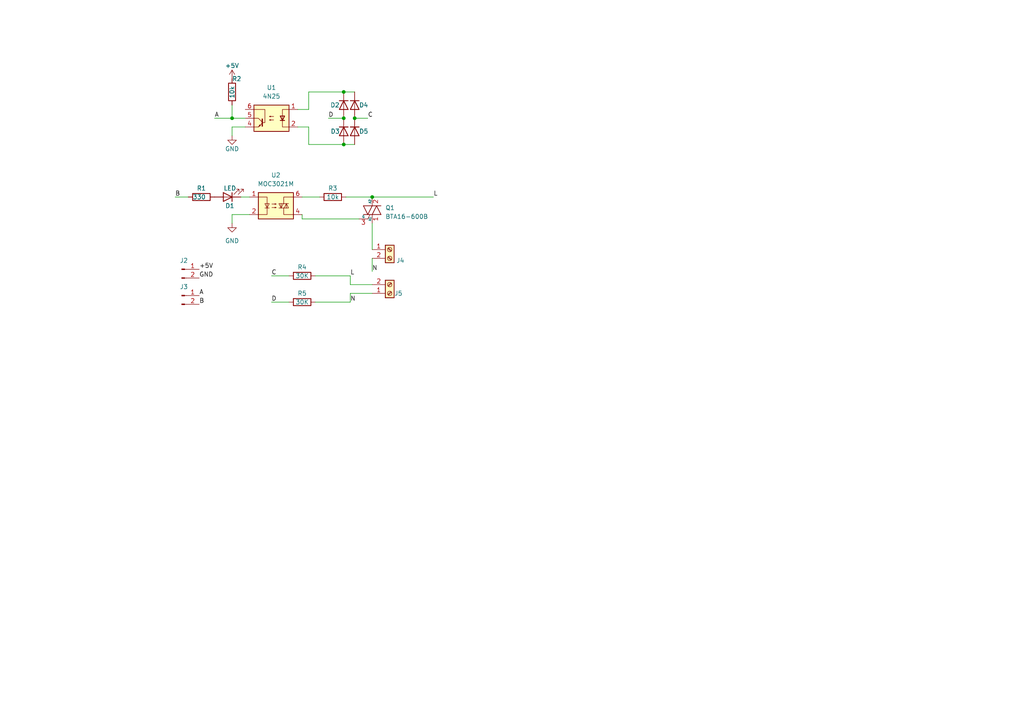
<source format=kicad_sch>
(kicad_sch (version 20230121) (generator eeschema)

  (uuid e63e39d7-6ac0-4ffd-8aa3-1841a4541b55)

  (paper "A4")

  (lib_symbols
    (symbol "Connector:Conn_01x02_Male" (pin_names (offset 1.016) hide) (in_bom yes) (on_board yes)
      (property "Reference" "J" (at 0 2.54 0)
        (effects (font (size 1.27 1.27)))
      )
      (property "Value" "Conn_01x02_Male" (at 0 -5.08 0)
        (effects (font (size 1.27 1.27)))
      )
      (property "Footprint" "" (at 0 0 0)
        (effects (font (size 1.27 1.27)) hide)
      )
      (property "Datasheet" "~" (at 0 0 0)
        (effects (font (size 1.27 1.27)) hide)
      )
      (property "ki_keywords" "connector" (at 0 0 0)
        (effects (font (size 1.27 1.27)) hide)
      )
      (property "ki_description" "Generic connector, single row, 01x02, script generated (kicad-library-utils/schlib/autogen/connector/)" (at 0 0 0)
        (effects (font (size 1.27 1.27)) hide)
      )
      (property "ki_fp_filters" "Connector*:*_1x??_*" (at 0 0 0)
        (effects (font (size 1.27 1.27)) hide)
      )
      (symbol "Conn_01x02_Male_1_1"
        (polyline
          (pts
            (xy 1.27 -2.54)
            (xy 0.8636 -2.54)
          )
          (stroke (width 0.1524) (type default))
          (fill (type none))
        )
        (polyline
          (pts
            (xy 1.27 0)
            (xy 0.8636 0)
          )
          (stroke (width 0.1524) (type default))
          (fill (type none))
        )
        (rectangle (start 0.8636 -2.413) (end 0 -2.667)
          (stroke (width 0.1524) (type default))
          (fill (type outline))
        )
        (rectangle (start 0.8636 0.127) (end 0 -0.127)
          (stroke (width 0.1524) (type default))
          (fill (type outline))
        )
        (pin passive line (at 5.08 0 180) (length 3.81)
          (name "Pin_1" (effects (font (size 1.27 1.27))))
          (number "1" (effects (font (size 1.27 1.27))))
        )
        (pin passive line (at 5.08 -2.54 180) (length 3.81)
          (name "Pin_2" (effects (font (size 1.27 1.27))))
          (number "2" (effects (font (size 1.27 1.27))))
        )
      )
    )
    (symbol "Connector:Screw_Terminal_01x02" (pin_names (offset 1.016) hide) (in_bom yes) (on_board yes)
      (property "Reference" "J" (at 0 2.54 0)
        (effects (font (size 1.27 1.27)))
      )
      (property "Value" "Screw_Terminal_01x02" (at 0 -5.08 0)
        (effects (font (size 1.27 1.27)))
      )
      (property "Footprint" "" (at 0 0 0)
        (effects (font (size 1.27 1.27)) hide)
      )
      (property "Datasheet" "~" (at 0 0 0)
        (effects (font (size 1.27 1.27)) hide)
      )
      (property "ki_keywords" "screw terminal" (at 0 0 0)
        (effects (font (size 1.27 1.27)) hide)
      )
      (property "ki_description" "Generic screw terminal, single row, 01x02, script generated (kicad-library-utils/schlib/autogen/connector/)" (at 0 0 0)
        (effects (font (size 1.27 1.27)) hide)
      )
      (property "ki_fp_filters" "TerminalBlock*:*" (at 0 0 0)
        (effects (font (size 1.27 1.27)) hide)
      )
      (symbol "Screw_Terminal_01x02_1_1"
        (rectangle (start -1.27 1.27) (end 1.27 -3.81)
          (stroke (width 0.254) (type default))
          (fill (type background))
        )
        (circle (center 0 -2.54) (radius 0.635)
          (stroke (width 0.1524) (type default))
          (fill (type none))
        )
        (polyline
          (pts
            (xy -0.5334 -2.2098)
            (xy 0.3302 -3.048)
          )
          (stroke (width 0.1524) (type default))
          (fill (type none))
        )
        (polyline
          (pts
            (xy -0.5334 0.3302)
            (xy 0.3302 -0.508)
          )
          (stroke (width 0.1524) (type default))
          (fill (type none))
        )
        (polyline
          (pts
            (xy -0.3556 -2.032)
            (xy 0.508 -2.8702)
          )
          (stroke (width 0.1524) (type default))
          (fill (type none))
        )
        (polyline
          (pts
            (xy -0.3556 0.508)
            (xy 0.508 -0.3302)
          )
          (stroke (width 0.1524) (type default))
          (fill (type none))
        )
        (circle (center 0 0) (radius 0.635)
          (stroke (width 0.1524) (type default))
          (fill (type none))
        )
        (pin passive line (at -5.08 0 0) (length 3.81)
          (name "Pin_1" (effects (font (size 1.27 1.27))))
          (number "1" (effects (font (size 1.27 1.27))))
        )
        (pin passive line (at -5.08 -2.54 0) (length 3.81)
          (name "Pin_2" (effects (font (size 1.27 1.27))))
          (number "2" (effects (font (size 1.27 1.27))))
        )
      )
    )
    (symbol "Device:LED" (pin_numbers hide) (pin_names (offset 1.016) hide) (in_bom yes) (on_board yes)
      (property "Reference" "D" (at 0 2.54 0)
        (effects (font (size 1.27 1.27)))
      )
      (property "Value" "LED" (at 0 -2.54 0)
        (effects (font (size 1.27 1.27)))
      )
      (property "Footprint" "" (at 0 0 0)
        (effects (font (size 1.27 1.27)) hide)
      )
      (property "Datasheet" "~" (at 0 0 0)
        (effects (font (size 1.27 1.27)) hide)
      )
      (property "ki_keywords" "LED diode" (at 0 0 0)
        (effects (font (size 1.27 1.27)) hide)
      )
      (property "ki_description" "Light emitting diode" (at 0 0 0)
        (effects (font (size 1.27 1.27)) hide)
      )
      (property "ki_fp_filters" "LED* LED_SMD:* LED_THT:*" (at 0 0 0)
        (effects (font (size 1.27 1.27)) hide)
      )
      (symbol "LED_0_1"
        (polyline
          (pts
            (xy -1.27 -1.27)
            (xy -1.27 1.27)
          )
          (stroke (width 0.254) (type default))
          (fill (type none))
        )
        (polyline
          (pts
            (xy -1.27 0)
            (xy 1.27 0)
          )
          (stroke (width 0) (type default))
          (fill (type none))
        )
        (polyline
          (pts
            (xy 1.27 -1.27)
            (xy 1.27 1.27)
            (xy -1.27 0)
            (xy 1.27 -1.27)
          )
          (stroke (width 0.254) (type default))
          (fill (type none))
        )
        (polyline
          (pts
            (xy -3.048 -0.762)
            (xy -4.572 -2.286)
            (xy -3.81 -2.286)
            (xy -4.572 -2.286)
            (xy -4.572 -1.524)
          )
          (stroke (width 0) (type default))
          (fill (type none))
        )
        (polyline
          (pts
            (xy -1.778 -0.762)
            (xy -3.302 -2.286)
            (xy -2.54 -2.286)
            (xy -3.302 -2.286)
            (xy -3.302 -1.524)
          )
          (stroke (width 0) (type default))
          (fill (type none))
        )
      )
      (symbol "LED_1_1"
        (pin passive line (at -3.81 0 0) (length 2.54)
          (name "K" (effects (font (size 1.27 1.27))))
          (number "1" (effects (font (size 1.27 1.27))))
        )
        (pin passive line (at 3.81 0 180) (length 2.54)
          (name "A" (effects (font (size 1.27 1.27))))
          (number "2" (effects (font (size 1.27 1.27))))
        )
      )
    )
    (symbol "Device:R" (pin_numbers hide) (pin_names (offset 0)) (in_bom yes) (on_board yes)
      (property "Reference" "R" (at 2.032 0 90)
        (effects (font (size 1.27 1.27)))
      )
      (property "Value" "R" (at 0 0 90)
        (effects (font (size 1.27 1.27)))
      )
      (property "Footprint" "" (at -1.778 0 90)
        (effects (font (size 1.27 1.27)) hide)
      )
      (property "Datasheet" "~" (at 0 0 0)
        (effects (font (size 1.27 1.27)) hide)
      )
      (property "ki_keywords" "R res resistor" (at 0 0 0)
        (effects (font (size 1.27 1.27)) hide)
      )
      (property "ki_description" "Resistor" (at 0 0 0)
        (effects (font (size 1.27 1.27)) hide)
      )
      (property "ki_fp_filters" "R_*" (at 0 0 0)
        (effects (font (size 1.27 1.27)) hide)
      )
      (symbol "R_0_1"
        (rectangle (start -1.016 -2.54) (end 1.016 2.54)
          (stroke (width 0.254) (type default))
          (fill (type none))
        )
      )
      (symbol "R_1_1"
        (pin passive line (at 0 3.81 270) (length 1.27)
          (name "~" (effects (font (size 1.27 1.27))))
          (number "1" (effects (font (size 1.27 1.27))))
        )
        (pin passive line (at 0 -3.81 90) (length 1.27)
          (name "~" (effects (font (size 1.27 1.27))))
          (number "2" (effects (font (size 1.27 1.27))))
        )
      )
    )
    (symbol "Diode:1N4007" (pin_numbers hide) (pin_names (offset 1.016) hide) (in_bom yes) (on_board yes)
      (property "Reference" "D" (at 0 2.54 0)
        (effects (font (size 1.27 1.27)))
      )
      (property "Value" "1N4007" (at 0 -2.54 0)
        (effects (font (size 1.27 1.27)))
      )
      (property "Footprint" "Diode_THT:D_DO-41_SOD81_P10.16mm_Horizontal" (at 0 -4.445 0)
        (effects (font (size 1.27 1.27)) hide)
      )
      (property "Datasheet" "http://www.vishay.com/docs/88503/1n4001.pdf" (at 0 0 0)
        (effects (font (size 1.27 1.27)) hide)
      )
      (property "ki_keywords" "diode" (at 0 0 0)
        (effects (font (size 1.27 1.27)) hide)
      )
      (property "ki_description" "1000V 1A General Purpose Rectifier Diode, DO-41" (at 0 0 0)
        (effects (font (size 1.27 1.27)) hide)
      )
      (property "ki_fp_filters" "D*DO?41*" (at 0 0 0)
        (effects (font (size 1.27 1.27)) hide)
      )
      (symbol "1N4007_0_1"
        (polyline
          (pts
            (xy -1.27 1.27)
            (xy -1.27 -1.27)
          )
          (stroke (width 0.254) (type default))
          (fill (type none))
        )
        (polyline
          (pts
            (xy 1.27 0)
            (xy -1.27 0)
          )
          (stroke (width 0) (type default))
          (fill (type none))
        )
        (polyline
          (pts
            (xy 1.27 1.27)
            (xy 1.27 -1.27)
            (xy -1.27 0)
            (xy 1.27 1.27)
          )
          (stroke (width 0.254) (type default))
          (fill (type none))
        )
      )
      (symbol "1N4007_1_1"
        (pin passive line (at -3.81 0 0) (length 2.54)
          (name "K" (effects (font (size 1.27 1.27))))
          (number "1" (effects (font (size 1.27 1.27))))
        )
        (pin passive line (at 3.81 0 180) (length 2.54)
          (name "A" (effects (font (size 1.27 1.27))))
          (number "2" (effects (font (size 1.27 1.27))))
        )
      )
    )
    (symbol "Isolator:4N25" (pin_names (offset 1.016)) (in_bom yes) (on_board yes)
      (property "Reference" "U" (at -5.08 5.08 0)
        (effects (font (size 1.27 1.27)) (justify left))
      )
      (property "Value" "4N25" (at 0 5.08 0)
        (effects (font (size 1.27 1.27)) (justify left))
      )
      (property "Footprint" "Package_DIP:DIP-6_W7.62mm" (at -5.08 -5.08 0)
        (effects (font (size 1.27 1.27) italic) (justify left) hide)
      )
      (property "Datasheet" "https://www.vishay.com/docs/83725/4n25.pdf" (at 0 0 0)
        (effects (font (size 1.27 1.27)) (justify left) hide)
      )
      (property "ki_keywords" "NPN DC Optocoupler Base Connected" (at 0 0 0)
        (effects (font (size 1.27 1.27)) hide)
      )
      (property "ki_description" "DC Optocoupler Base Connected, Vce 30V, CTR 20%, Viso 2500V, DIP6" (at 0 0 0)
        (effects (font (size 1.27 1.27)) hide)
      )
      (property "ki_fp_filters" "DIP*W7.62mm*" (at 0 0 0)
        (effects (font (size 1.27 1.27)) hide)
      )
      (symbol "4N25_0_1"
        (rectangle (start -5.08 3.81) (end 5.08 -3.81)
          (stroke (width 0.254) (type default))
          (fill (type background))
        )
        (polyline
          (pts
            (xy -3.81 -0.635)
            (xy -2.54 -0.635)
          )
          (stroke (width 0.254) (type default))
          (fill (type none))
        )
        (polyline
          (pts
            (xy 2.667 -1.397)
            (xy 3.81 -2.54)
          )
          (stroke (width 0) (type default))
          (fill (type none))
        )
        (polyline
          (pts
            (xy 2.667 -1.143)
            (xy 3.81 0)
          )
          (stroke (width 0) (type default))
          (fill (type none))
        )
        (polyline
          (pts
            (xy 3.81 -2.54)
            (xy 5.08 -2.54)
          )
          (stroke (width 0) (type default))
          (fill (type none))
        )
        (polyline
          (pts
            (xy 3.81 0)
            (xy 5.08 0)
          )
          (stroke (width 0) (type default))
          (fill (type none))
        )
        (polyline
          (pts
            (xy 2.667 -0.254)
            (xy 2.667 -2.286)
            (xy 2.667 -2.286)
          )
          (stroke (width 0.3556) (type default))
          (fill (type none))
        )
        (polyline
          (pts
            (xy -5.08 -2.54)
            (xy -3.175 -2.54)
            (xy -3.175 2.54)
            (xy -5.08 2.54)
          )
          (stroke (width 0) (type default))
          (fill (type none))
        )
        (polyline
          (pts
            (xy -3.175 -0.635)
            (xy -3.81 0.635)
            (xy -2.54 0.635)
            (xy -3.175 -0.635)
          )
          (stroke (width 0.254) (type default))
          (fill (type none))
        )
        (polyline
          (pts
            (xy 3.683 -2.413)
            (xy 3.429 -1.905)
            (xy 3.175 -2.159)
            (xy 3.683 -2.413)
          )
          (stroke (width 0) (type default))
          (fill (type none))
        )
        (polyline
          (pts
            (xy 5.08 2.54)
            (xy 1.905 2.54)
            (xy 1.905 -1.27)
            (xy 2.54 -1.27)
          )
          (stroke (width 0) (type default))
          (fill (type none))
        )
        (polyline
          (pts
            (xy -0.635 -0.508)
            (xy 0.635 -0.508)
            (xy 0.254 -0.635)
            (xy 0.254 -0.381)
            (xy 0.635 -0.508)
          )
          (stroke (width 0) (type default))
          (fill (type none))
        )
        (polyline
          (pts
            (xy -0.635 0.508)
            (xy 0.635 0.508)
            (xy 0.254 0.381)
            (xy 0.254 0.635)
            (xy 0.635 0.508)
          )
          (stroke (width 0) (type default))
          (fill (type none))
        )
      )
      (symbol "4N25_1_1"
        (pin passive line (at -7.62 2.54 0) (length 2.54)
          (name "~" (effects (font (size 1.27 1.27))))
          (number "1" (effects (font (size 1.27 1.27))))
        )
        (pin passive line (at -7.62 -2.54 0) (length 2.54)
          (name "~" (effects (font (size 1.27 1.27))))
          (number "2" (effects (font (size 1.27 1.27))))
        )
        (pin no_connect line (at -5.08 0 0) (length 2.54) hide
          (name "NC" (effects (font (size 1.27 1.27))))
          (number "3" (effects (font (size 1.27 1.27))))
        )
        (pin passive line (at 7.62 -2.54 180) (length 2.54)
          (name "~" (effects (font (size 1.27 1.27))))
          (number "4" (effects (font (size 1.27 1.27))))
        )
        (pin passive line (at 7.62 0 180) (length 2.54)
          (name "~" (effects (font (size 1.27 1.27))))
          (number "5" (effects (font (size 1.27 1.27))))
        )
        (pin passive line (at 7.62 2.54 180) (length 2.54)
          (name "~" (effects (font (size 1.27 1.27))))
          (number "6" (effects (font (size 1.27 1.27))))
        )
      )
    )
    (symbol "Relay_SolidState:MOC3021M" (in_bom yes) (on_board yes)
      (property "Reference" "U" (at -5.334 4.826 0)
        (effects (font (size 1.27 1.27)) (justify left))
      )
      (property "Value" "MOC3021M" (at 0 5.08 0)
        (effects (font (size 1.27 1.27)) (justify left))
      )
      (property "Footprint" "" (at -5.08 -5.08 0)
        (effects (font (size 1.27 1.27) italic) (justify left) hide)
      )
      (property "Datasheet" "https://www.onsemi.com/pub/Collateral/MOC3023M-D.PDF" (at 0 0 0)
        (effects (font (size 1.27 1.27)) (justify left) hide)
      )
      (property "ki_keywords" "Opto-Triac Opto Triac Random Phase" (at 0 0 0)
        (effects (font (size 1.27 1.27)) hide)
      )
      (property "ki_description" "Random Phase Opto-Triac, Vdrm 400V, Ift 15mA, DIP6" (at 0 0 0)
        (effects (font (size 1.27 1.27)) hide)
      )
      (property "ki_fp_filters" "DIP*W7.62mm* SMDIP*W9.53mm* DIP*W10.16mm*" (at 0 0 0)
        (effects (font (size 1.27 1.27)) hide)
      )
      (symbol "MOC3021M_0_1"
        (rectangle (start -5.08 3.81) (end 5.08 -3.81)
          (stroke (width 0.254) (type default))
          (fill (type background))
        )
        (polyline
          (pts
            (xy -3.175 -0.635)
            (xy -1.905 -0.635)
          )
          (stroke (width 0) (type default))
          (fill (type none))
        )
        (polyline
          (pts
            (xy 1.524 -0.635)
            (xy 1.524 0.635)
          )
          (stroke (width 0) (type default))
          (fill (type none))
        )
        (polyline
          (pts
            (xy 3.048 0.635)
            (xy 3.048 -0.635)
          )
          (stroke (width 0) (type default))
          (fill (type none))
        )
        (polyline
          (pts
            (xy 2.286 -0.635)
            (xy 2.286 -2.54)
            (xy 5.08 -2.54)
          )
          (stroke (width 0) (type default))
          (fill (type none))
        )
        (polyline
          (pts
            (xy 2.286 0.635)
            (xy 2.286 2.54)
            (xy 5.08 2.54)
          )
          (stroke (width 0) (type default))
          (fill (type none))
        )
        (polyline
          (pts
            (xy -5.08 2.54)
            (xy -2.54 2.54)
            (xy -2.54 -2.54)
            (xy -5.08 -2.54)
          )
          (stroke (width 0) (type default))
          (fill (type none))
        )
        (polyline
          (pts
            (xy -2.54 -0.635)
            (xy -3.175 0.635)
            (xy -1.905 0.635)
            (xy -2.54 -0.635)
          )
          (stroke (width 0) (type default))
          (fill (type none))
        )
        (polyline
          (pts
            (xy 0.889 -0.635)
            (xy 3.683 -0.635)
            (xy 3.048 0.635)
            (xy 2.413 -0.635)
          )
          (stroke (width 0) (type default))
          (fill (type none))
        )
        (polyline
          (pts
            (xy 3.683 0.635)
            (xy 0.889 0.635)
            (xy 1.524 -0.635)
            (xy 2.159 0.635)
          )
          (stroke (width 0) (type default))
          (fill (type none))
        )
        (polyline
          (pts
            (xy -1.143 -0.508)
            (xy 0.127 -0.508)
            (xy -0.254 -0.635)
            (xy -0.254 -0.381)
            (xy 0.127 -0.508)
          )
          (stroke (width 0) (type default))
          (fill (type none))
        )
        (polyline
          (pts
            (xy -1.143 0.508)
            (xy 0.127 0.508)
            (xy -0.254 0.381)
            (xy -0.254 0.635)
            (xy 0.127 0.508)
          )
          (stroke (width 0) (type default))
          (fill (type none))
        )
      )
      (symbol "MOC3021M_1_1"
        (pin passive line (at -7.62 2.54 0) (length 2.54)
          (name "~" (effects (font (size 1.27 1.27))))
          (number "1" (effects (font (size 1.27 1.27))))
        )
        (pin passive line (at -7.62 -2.54 0) (length 2.54)
          (name "~" (effects (font (size 1.27 1.27))))
          (number "2" (effects (font (size 1.27 1.27))))
        )
        (pin no_connect line (at -5.08 0 0) (length 2.54) hide
          (name "NC" (effects (font (size 1.27 1.27))))
          (number "3" (effects (font (size 1.27 1.27))))
        )
        (pin passive line (at 7.62 -2.54 180) (length 2.54)
          (name "~" (effects (font (size 1.27 1.27))))
          (number "4" (effects (font (size 1.27 1.27))))
        )
        (pin no_connect line (at 5.08 0 180) (length 2.54) hide
          (name "NC" (effects (font (size 1.27 1.27))))
          (number "5" (effects (font (size 1.27 1.27))))
        )
        (pin passive line (at 7.62 2.54 180) (length 2.54)
          (name "~" (effects (font (size 1.27 1.27))))
          (number "6" (effects (font (size 1.27 1.27))))
        )
      )
    )
    (symbol "Triac_Thyristor:BTA16-600B" (pin_names (offset 0)) (in_bom yes) (on_board yes)
      (property "Reference" "Q" (at 5.08 1.905 0)
        (effects (font (size 1.27 1.27)) (justify left))
      )
      (property "Value" "BTA16-600B" (at 5.08 0 0)
        (effects (font (size 1.27 1.27)) (justify left))
      )
      (property "Footprint" "Package_TO_SOT_THT:TO-220-3_Vertical" (at 5.08 -1.905 0)
        (effects (font (size 1.27 1.27) italic) (justify left) hide)
      )
      (property "Datasheet" "https://www.st.com/resource/en/datasheet/bta16.pdf" (at 0 0 0)
        (effects (font (size 1.27 1.27)) (justify left) hide)
      )
      (property "ki_keywords" "Triac" (at 0 0 0)
        (effects (font (size 1.27 1.27)) hide)
      )
      (property "ki_description" "16A RMS, 600V Off-State Voltage, 50mA Sensitivity, Insulated, Triac, TO-220" (at 0 0 0)
        (effects (font (size 1.27 1.27)) hide)
      )
      (property "ki_fp_filters" "TO?220*" (at 0 0 0)
        (effects (font (size 1.27 1.27)) hide)
      )
      (symbol "BTA16-600B_0_1"
        (polyline
          (pts
            (xy -2.54 -1.27)
            (xy 2.54 -1.27)
          )
          (stroke (width 0.2032) (type default))
          (fill (type none))
        )
        (polyline
          (pts
            (xy -2.54 1.27)
            (xy 2.54 1.27)
          )
          (stroke (width 0.2032) (type default))
          (fill (type none))
        )
        (polyline
          (pts
            (xy -1.27 -2.54)
            (xy -0.635 -1.27)
          )
          (stroke (width 0) (type default))
          (fill (type none))
        )
        (polyline
          (pts
            (xy -2.54 1.27)
            (xy -1.27 -1.27)
            (xy 0 1.27)
          )
          (stroke (width 0.2032) (type default))
          (fill (type none))
        )
        (polyline
          (pts
            (xy 0 -1.27)
            (xy 1.27 1.27)
            (xy 2.54 -1.27)
          )
          (stroke (width 0.2032) (type default))
          (fill (type none))
        )
      )
      (symbol "BTA16-600B_1_1"
        (pin passive line (at 0 -3.81 90) (length 2.54)
          (name "A1" (effects (font (size 0.635 0.635))))
          (number "1" (effects (font (size 1.27 1.27))))
        )
        (pin passive line (at 0 3.81 270) (length 2.54)
          (name "A2" (effects (font (size 0.635 0.635))))
          (number "2" (effects (font (size 1.27 1.27))))
        )
        (pin input line (at -3.81 -2.54 0) (length 2.54)
          (name "G" (effects (font (size 0.635 0.635))))
          (number "3" (effects (font (size 1.27 1.27))))
        )
      )
    )
    (symbol "power:+5V" (power) (pin_names (offset 0)) (in_bom yes) (on_board yes)
      (property "Reference" "#PWR" (at 0 -3.81 0)
        (effects (font (size 1.27 1.27)) hide)
      )
      (property "Value" "+5V" (at 0 3.556 0)
        (effects (font (size 1.27 1.27)))
      )
      (property "Footprint" "" (at 0 0 0)
        (effects (font (size 1.27 1.27)) hide)
      )
      (property "Datasheet" "" (at 0 0 0)
        (effects (font (size 1.27 1.27)) hide)
      )
      (property "ki_keywords" "power-flag" (at 0 0 0)
        (effects (font (size 1.27 1.27)) hide)
      )
      (property "ki_description" "Power symbol creates a global label with name \"+5V\"" (at 0 0 0)
        (effects (font (size 1.27 1.27)) hide)
      )
      (symbol "+5V_0_1"
        (polyline
          (pts
            (xy -0.762 1.27)
            (xy 0 2.54)
          )
          (stroke (width 0) (type default))
          (fill (type none))
        )
        (polyline
          (pts
            (xy 0 0)
            (xy 0 2.54)
          )
          (stroke (width 0) (type default))
          (fill (type none))
        )
        (polyline
          (pts
            (xy 0 2.54)
            (xy 0.762 1.27)
          )
          (stroke (width 0) (type default))
          (fill (type none))
        )
      )
      (symbol "+5V_1_1"
        (pin power_in line (at 0 0 90) (length 0) hide
          (name "+5V" (effects (font (size 1.27 1.27))))
          (number "1" (effects (font (size 1.27 1.27))))
        )
      )
    )
    (symbol "power:GND" (power) (pin_names (offset 0)) (in_bom yes) (on_board yes)
      (property "Reference" "#PWR" (at 0 -6.35 0)
        (effects (font (size 1.27 1.27)) hide)
      )
      (property "Value" "GND" (at 0 -3.81 0)
        (effects (font (size 1.27 1.27)))
      )
      (property "Footprint" "" (at 0 0 0)
        (effects (font (size 1.27 1.27)) hide)
      )
      (property "Datasheet" "" (at 0 0 0)
        (effects (font (size 1.27 1.27)) hide)
      )
      (property "ki_keywords" "power-flag" (at 0 0 0)
        (effects (font (size 1.27 1.27)) hide)
      )
      (property "ki_description" "Power symbol creates a global label with name \"GND\" , ground" (at 0 0 0)
        (effects (font (size 1.27 1.27)) hide)
      )
      (symbol "GND_0_1"
        (polyline
          (pts
            (xy 0 0)
            (xy 0 -1.27)
            (xy 1.27 -1.27)
            (xy 0 -2.54)
            (xy -1.27 -1.27)
            (xy 0 -1.27)
          )
          (stroke (width 0) (type default))
          (fill (type none))
        )
      )
      (symbol "GND_1_1"
        (pin power_in line (at 0 0 270) (length 0) hide
          (name "GND" (effects (font (size 1.27 1.27))))
          (number "1" (effects (font (size 1.27 1.27))))
        )
      )
    )
  )

  (junction (at 99.695 34.29) (diameter 0) (color 0 0 0 0)
    (uuid 0489cbba-434a-4fb6-8f9f-99663ede724c)
  )
  (junction (at 107.95 57.15) (diameter 0) (color 0 0 0 0)
    (uuid 110ef177-a27a-4d68-baef-4766ae04208e)
  )
  (junction (at 67.31 34.29) (diameter 0) (color 0 0 0 0)
    (uuid 47aad1ae-50f5-4490-bec1-d0c675773e7f)
  )
  (junction (at 99.695 41.91) (diameter 0) (color 0 0 0 0)
    (uuid 8535e08b-14f0-4073-b32a-de5239ec74f3)
  )
  (junction (at 99.695 26.67) (diameter 0) (color 0 0 0 0)
    (uuid 8fe90f83-10dd-4f34-af0a-269f59aac205)
  )
  (junction (at 102.87 34.29) (diameter 0) (color 0 0 0 0)
    (uuid e718594f-c060-4a3a-bc34-de75581056b5)
  )

  (wire (pts (xy 86.36 36.83) (xy 89.535 36.83))
    (stroke (width 0) (type default))
    (uuid 0f06199f-a4bc-4107-9b7b-d23683d176b6)
  )
  (wire (pts (xy 99.695 41.91) (xy 102.87 41.91))
    (stroke (width 0) (type default))
    (uuid 114bd91d-91f7-4eb9-8383-1cad1a0b4691)
  )
  (wire (pts (xy 101.6 80.01) (xy 101.6 82.55))
    (stroke (width 0) (type default))
    (uuid 14605154-4ef0-426f-a789-9fa67ac88414)
  )
  (wire (pts (xy 67.31 36.83) (xy 67.31 39.37))
    (stroke (width 0) (type default))
    (uuid 1e59e44b-30b0-4d28-9b2a-a8d8806b8e5d)
  )
  (wire (pts (xy 78.74 80.01) (xy 83.82 80.01))
    (stroke (width 0) (type default))
    (uuid 32d0f83c-4085-40fd-848b-7cf4838a4895)
  )
  (wire (pts (xy 102.87 34.29) (xy 106.68 34.29))
    (stroke (width 0) (type default))
    (uuid 33089564-82d6-43a9-b111-3bf2221a140a)
  )
  (wire (pts (xy 78.74 87.63) (xy 83.82 87.63))
    (stroke (width 0) (type default))
    (uuid 33ae4e06-509a-4458-8c1a-ae3853936310)
  )
  (wire (pts (xy 89.535 26.67) (xy 99.695 26.67))
    (stroke (width 0) (type default))
    (uuid 4278dba1-3a72-4259-bdd5-f4a1863d45dc)
  )
  (wire (pts (xy 101.6 85.09) (xy 107.95 85.09))
    (stroke (width 0) (type default))
    (uuid 430a0440-1ef8-49d2-aab0-b88ea74a8798)
  )
  (wire (pts (xy 67.31 62.23) (xy 72.39 62.23))
    (stroke (width 0) (type default))
    (uuid 59fa195a-d663-4adf-ba2e-fec48064f992)
  )
  (wire (pts (xy 89.535 31.75) (xy 86.36 31.75))
    (stroke (width 0) (type default))
    (uuid 68bcbae6-e1e3-4b71-afa5-6384d46b9ef3)
  )
  (wire (pts (xy 107.95 64.77) (xy 107.95 72.39))
    (stroke (width 0) (type default))
    (uuid 7773fab7-8edd-463c-a880-f160d965e8a2)
  )
  (wire (pts (xy 67.31 64.77) (xy 67.31 62.23))
    (stroke (width 0) (type default))
    (uuid 789fa6f0-ceb8-4ca2-b710-e1f32d1cab1c)
  )
  (wire (pts (xy 89.535 26.67) (xy 89.535 31.75))
    (stroke (width 0) (type default))
    (uuid 81a73438-a0cd-47f4-9274-578d8b5815f9)
  )
  (wire (pts (xy 87.63 62.23) (xy 87.63 63.5))
    (stroke (width 0) (type default))
    (uuid 98c53e39-7d00-4876-bdf3-a33a1ee11377)
  )
  (wire (pts (xy 89.535 36.83) (xy 89.535 41.91))
    (stroke (width 0) (type default))
    (uuid 9cffb647-c77a-4939-a1ad-0a952528ec34)
  )
  (wire (pts (xy 91.44 87.63) (xy 101.6 87.63))
    (stroke (width 0) (type default))
    (uuid a4edda05-7d68-4c9b-b6d4-c46540a9166b)
  )
  (wire (pts (xy 67.31 30.48) (xy 67.31 34.29))
    (stroke (width 0) (type default))
    (uuid b468d07a-6375-40f2-b7b7-5bd6a86b60ca)
  )
  (wire (pts (xy 101.6 85.09) (xy 101.6 87.63))
    (stroke (width 0) (type default))
    (uuid b653d42c-bf87-4e1b-aedf-00355421dbe7)
  )
  (wire (pts (xy 89.535 41.91) (xy 99.695 41.91))
    (stroke (width 0) (type default))
    (uuid bfcfb0fe-0699-47a2-9dd3-b1d204562d9b)
  )
  (wire (pts (xy 95.25 34.29) (xy 99.695 34.29))
    (stroke (width 0) (type default))
    (uuid c185c471-3e58-4f05-b191-7e904c16ca79)
  )
  (wire (pts (xy 107.95 57.15) (xy 125.73 57.15))
    (stroke (width 0) (type default))
    (uuid c305d5ed-fba5-4fc9-9c1a-d90ad85dfa83)
  )
  (wire (pts (xy 91.44 80.01) (xy 101.6 80.01))
    (stroke (width 0) (type default))
    (uuid c4ec4819-c917-43dd-9b8f-b342b33f4da0)
  )
  (wire (pts (xy 62.23 34.29) (xy 67.31 34.29))
    (stroke (width 0) (type default))
    (uuid cb62414d-020f-4680-942c-f524bd5fe2ce)
  )
  (wire (pts (xy 87.63 63.5) (xy 104.14 63.5))
    (stroke (width 0) (type default))
    (uuid cd24275d-da5b-4514-90e8-3485fc5c3d0f)
  )
  (wire (pts (xy 50.8 57.15) (xy 54.61 57.15))
    (stroke (width 0) (type default))
    (uuid df1f292a-0d55-4b3a-8276-267fdbcc34d5)
  )
  (wire (pts (xy 107.95 74.93) (xy 107.95 78.74))
    (stroke (width 0) (type default))
    (uuid e381f7fd-794c-4087-8976-307d46ca099a)
  )
  (wire (pts (xy 67.31 36.83) (xy 71.12 36.83))
    (stroke (width 0) (type default))
    (uuid e569452b-5b77-4c50-953e-7aacdc9fd811)
  )
  (wire (pts (xy 87.63 57.15) (xy 92.71 57.15))
    (stroke (width 0) (type default))
    (uuid e867fdbc-97ab-4033-9412-0a2b73223651)
  )
  (wire (pts (xy 100.33 57.15) (xy 107.95 57.15))
    (stroke (width 0) (type default))
    (uuid ec9e61d9-021c-4d08-934c-39103f07d6a1)
  )
  (wire (pts (xy 67.31 34.29) (xy 71.12 34.29))
    (stroke (width 0) (type default))
    (uuid f0136b04-1ac9-4d1b-9c1d-5f29e6540b17)
  )
  (wire (pts (xy 99.695 26.67) (xy 102.87 26.67))
    (stroke (width 0) (type default))
    (uuid f2c6f19c-9e3c-4889-89d5-40266f523424)
  )
  (wire (pts (xy 69.85 57.15) (xy 72.39 57.15))
    (stroke (width 0) (type default))
    (uuid f6918179-c058-4bc6-8f88-91196db68f26)
  )
  (wire (pts (xy 101.6 82.55) (xy 107.95 82.55))
    (stroke (width 0) (type default))
    (uuid f70b997e-a64e-4166-9a96-fd1c2d9d948d)
  )

  (label "+5V" (at 57.785 78.105 0) (fields_autoplaced)
    (effects (font (size 1.27 1.27)) (justify left bottom))
    (uuid 0d8af3c4-f246-4f7c-8ace-c032d1514b2d)
  )
  (label "C" (at 78.74 80.01 0) (fields_autoplaced)
    (effects (font (size 1.27 1.27)) (justify left bottom))
    (uuid 292741e6-33a4-4f95-b548-e524734c9723)
  )
  (label "N" (at 107.95 78.74 0) (fields_autoplaced)
    (effects (font (size 1.27 1.27)) (justify left bottom))
    (uuid 432d2236-8e4f-462c-90ae-0fe92d15b2bb)
  )
  (label "C" (at 106.68 34.29 0) (fields_autoplaced)
    (effects (font (size 1.27 1.27)) (justify left bottom))
    (uuid 4d2eb6ed-9b6c-4d17-b384-b0cf9fe6a27a)
  )
  (label "GND" (at 57.785 80.645 0) (fields_autoplaced)
    (effects (font (size 1.27 1.27)) (justify left bottom))
    (uuid 74324e36-87f7-4b78-956f-103f168c0825)
  )
  (label "A" (at 62.23 34.29 0) (fields_autoplaced)
    (effects (font (size 1.27 1.27)) (justify left bottom))
    (uuid 86eb64f2-1e44-46b8-8d95-3045373e4b58)
  )
  (label "L" (at 101.6 80.01 0) (fields_autoplaced)
    (effects (font (size 1.27 1.27)) (justify left bottom))
    (uuid 8d1ae1e0-1e3b-41a4-81b1-40d596d39cef)
  )
  (label "A" (at 57.785 85.725 0) (fields_autoplaced)
    (effects (font (size 1.27 1.27)) (justify left bottom))
    (uuid 9975ff27-218d-40a0-839b-08ceb6270cd4)
  )
  (label "D" (at 95.25 34.29 0) (fields_autoplaced)
    (effects (font (size 1.27 1.27)) (justify left bottom))
    (uuid a16dcd8c-390b-4e6e-9073-e6b1bb3de84f)
  )
  (label "B" (at 50.8 57.15 0) (fields_autoplaced)
    (effects (font (size 1.27 1.27)) (justify left bottom))
    (uuid b3405cbe-4bc4-4fc3-b318-09d4d0fe5497)
  )
  (label "B" (at 57.785 88.265 0) (fields_autoplaced)
    (effects (font (size 1.27 1.27)) (justify left bottom))
    (uuid bc151751-d8dc-4c50-b327-02838cb19059)
  )
  (label "L" (at 125.73 57.15 0) (fields_autoplaced)
    (effects (font (size 1.27 1.27)) (justify left bottom))
    (uuid e559bb53-4f66-4a69-a962-af26107d154b)
  )
  (label "N" (at 101.6 87.63 0) (fields_autoplaced)
    (effects (font (size 1.27 1.27)) (justify left bottom))
    (uuid f227a1e6-75ee-4914-88ac-da57a79a52d5)
  )
  (label "D" (at 78.74 87.63 0) (fields_autoplaced)
    (effects (font (size 1.27 1.27)) (justify left bottom))
    (uuid f594c22c-dde3-41f9-acd7-a430524c8a14)
  )

  (symbol (lib_id "Diode:1N4007") (at 99.695 38.1 270) (unit 1)
    (in_bom yes) (on_board yes) (dnp no)
    (uuid 08f0821e-c0b9-4344-86a1-8f3ff77c99e8)
    (property "Reference" "D3" (at 95.885 38.1 90)
      (effects (font (size 1.27 1.27)) (justify left))
    )
    (property "Value" "1N4007" (at 104.14 38.1 0)
      (effects (font (size 1.27 1.27)) hide)
    )
    (property "Footprint" "Diode_THT:D_DO-41_SOD81_P10.16mm_Horizontal" (at 95.25 38.1 0)
      (effects (font (size 1.27 1.27)) hide)
    )
    (property "Datasheet" "http://www.vishay.com/docs/88503/1n4001.pdf" (at 99.695 38.1 0)
      (effects (font (size 1.27 1.27)) hide)
    )
    (pin "1" (uuid 56ede3a2-c792-444c-874c-b7451407650f))
    (pin "2" (uuid e5f4f66a-5417-450d-8a74-fa04716d9365))
    (instances
      (project "Dimmer"
        (path "/e63e39d7-6ac0-4ffd-8aa3-1841a4541b55"
          (reference "D3") (unit 1)
        )
      )
    )
  )

  (symbol (lib_id "Triac_Thyristor:BTA16-600B") (at 107.95 60.96 0) (unit 1)
    (in_bom yes) (on_board yes) (dnp no) (fields_autoplaced)
    (uuid 0a5610bb-d01a-4417-8271-dc424dd2c838)
    (property "Reference" "Q1" (at 111.76 60.2741 0)
      (effects (font (size 1.27 1.27)) (justify left))
    )
    (property "Value" "BTA16-600B" (at 111.76 62.8141 0)
      (effects (font (size 1.27 1.27)) (justify left))
    )
    (property "Footprint" "Package_TO_SOT_THT:TO-220-3_Vertical" (at 113.03 62.865 0)
      (effects (font (size 1.27 1.27) italic) (justify left) hide)
    )
    (property "Datasheet" "https://www.st.com/resource/en/datasheet/bta16.pdf" (at 107.95 60.96 0)
      (effects (font (size 1.27 1.27)) (justify left) hide)
    )
    (pin "1" (uuid c811ed5f-f509-4605-b7d3-da6f79935a1e))
    (pin "2" (uuid 2681e64d-bedc-4e1f-87d2-754aaa485bbd))
    (pin "3" (uuid 6b8c153e-62fe-42fb-aa7f-caef740ef6fd))
    (instances
      (project "Dimmer"
        (path "/e63e39d7-6ac0-4ffd-8aa3-1841a4541b55"
          (reference "Q1") (unit 1)
        )
      )
    )
  )

  (symbol (lib_id "Device:R") (at 87.63 80.01 90) (unit 1)
    (in_bom yes) (on_board yes) (dnp no)
    (uuid 148d4173-b063-4b10-8a8d-efdde1f30322)
    (property "Reference" "R4" (at 87.63 77.47 90)
      (effects (font (size 1.27 1.27)))
    )
    (property "Value" "30K" (at 87.63 80.01 90)
      (effects (font (size 1.27 1.27)))
    )
    (property "Footprint" "Resistor_THT:R_Axial_DIN0207_L6.3mm_D2.5mm_P7.62mm_Horizontal" (at 87.63 81.788 90)
      (effects (font (size 1.27 1.27)) hide)
    )
    (property "Datasheet" "~" (at 87.63 80.01 0)
      (effects (font (size 1.27 1.27)) hide)
    )
    (pin "1" (uuid 8eb5e770-d904-422f-814b-21543d34976a))
    (pin "2" (uuid c8fb0e8c-a702-4abf-8afe-bedb64abe0e1))
    (instances
      (project "Dimmer"
        (path "/e63e39d7-6ac0-4ffd-8aa3-1841a4541b55"
          (reference "R4") (unit 1)
        )
      )
    )
  )

  (symbol (lib_id "Relay_SolidState:MOC3021M") (at 80.01 59.69 0) (unit 1)
    (in_bom yes) (on_board yes) (dnp no) (fields_autoplaced)
    (uuid 23e32b5c-4ca6-4614-a426-44d605a7d8fd)
    (property "Reference" "U2" (at 80.01 50.8 0)
      (effects (font (size 1.27 1.27)))
    )
    (property "Value" "MOC3021M" (at 80.01 53.34 0)
      (effects (font (size 1.27 1.27)))
    )
    (property "Footprint" "Package_DIP:DIP-6_W7.62mm_LongPads" (at 74.93 64.77 0)
      (effects (font (size 1.27 1.27) italic) (justify left) hide)
    )
    (property "Datasheet" "https://www.onsemi.com/pub/Collateral/MOC3023M-D.PDF" (at 80.01 59.69 0)
      (effects (font (size 1.27 1.27)) (justify left) hide)
    )
    (pin "1" (uuid 1b6f5437-7cc3-4fb0-a914-07fa3cdc968c))
    (pin "2" (uuid 5edbc061-8621-4c13-864b-a2a2b212044e))
    (pin "3" (uuid f09eeb0b-a016-4287-8ed5-683b4c4b51a3))
    (pin "4" (uuid 158af5df-cc1b-4506-bbe6-cb7505295b5b))
    (pin "5" (uuid 2fc6c800-22f6-42f6-a664-0677d01cefba))
    (pin "6" (uuid 2460f6d2-1d7c-4c35-9be4-33dfefab8082))
    (instances
      (project "Dimmer"
        (path "/e63e39d7-6ac0-4ffd-8aa3-1841a4541b55"
          (reference "U2") (unit 1)
        )
      )
    )
  )

  (symbol (lib_id "Connector:Screw_Terminal_01x02") (at 113.03 85.09 0) (mirror x) (unit 1)
    (in_bom yes) (on_board yes) (dnp no)
    (uuid 25c3ed4b-6953-4e5c-b09f-6bb52587294b)
    (property "Reference" "J5" (at 115.57 85.09 0)
      (effects (font (size 1.27 1.27)))
    )
    (property "Value" "Screw_Terminal_01x02" (at 115.57 82.5501 0)
      (effects (font (size 1.27 1.27)) (justify left) hide)
    )
    (property "Footprint" "TerminalBlock_Phoenix:TerminalBlock_Phoenix_MKDS-1,5-2-5.08_1x02_P5.08mm_Horizontal" (at 113.03 85.09 0)
      (effects (font (size 1.27 1.27)) hide)
    )
    (property "Datasheet" "~" (at 113.03 85.09 0)
      (effects (font (size 1.27 1.27)) hide)
    )
    (pin "1" (uuid 91790f0a-1f81-4699-9852-eb4cf1c4e097))
    (pin "2" (uuid 7e3553e5-00b3-4b51-8411-f823b4da584a))
    (instances
      (project "Dimmer"
        (path "/e63e39d7-6ac0-4ffd-8aa3-1841a4541b55"
          (reference "J5") (unit 1)
        )
      )
    )
  )

  (symbol (lib_id "Device:R") (at 87.63 87.63 90) (unit 1)
    (in_bom yes) (on_board yes) (dnp no)
    (uuid 28ff35d4-b595-4c27-96b7-77321d66fbdc)
    (property "Reference" "R5" (at 87.63 85.09 90)
      (effects (font (size 1.27 1.27)))
    )
    (property "Value" "30K" (at 87.63 87.63 90)
      (effects (font (size 1.27 1.27)))
    )
    (property "Footprint" "Resistor_THT:R_Axial_DIN0207_L6.3mm_D2.5mm_P7.62mm_Horizontal" (at 87.63 89.408 90)
      (effects (font (size 1.27 1.27)) hide)
    )
    (property "Datasheet" "~" (at 87.63 87.63 0)
      (effects (font (size 1.27 1.27)) hide)
    )
    (pin "1" (uuid 6bdff9f8-eef2-4db4-978d-72a64f477b5f))
    (pin "2" (uuid bbedb6ae-4128-4f70-9f36-4ae1fd9d08b2))
    (instances
      (project "Dimmer"
        (path "/e63e39d7-6ac0-4ffd-8aa3-1841a4541b55"
          (reference "R5") (unit 1)
        )
      )
    )
  )

  (symbol (lib_id "power:GND") (at 67.31 39.37 0) (unit 1)
    (in_bom yes) (on_board yes) (dnp no)
    (uuid 2cf85ca9-250f-4d7a-b13f-249f0d1f7846)
    (property "Reference" "#PWR0101" (at 67.31 45.72 0)
      (effects (font (size 1.27 1.27)) hide)
    )
    (property "Value" "GND" (at 67.31 43.18 0)
      (effects (font (size 1.27 1.27)))
    )
    (property "Footprint" "" (at 67.31 39.37 0)
      (effects (font (size 1.27 1.27)) hide)
    )
    (property "Datasheet" "" (at 67.31 39.37 0)
      (effects (font (size 1.27 1.27)) hide)
    )
    (pin "1" (uuid 16effaac-651d-4ee6-96f5-2e20deb10de7))
    (instances
      (project "Dimmer"
        (path "/e63e39d7-6ac0-4ffd-8aa3-1841a4541b55"
          (reference "#PWR0101") (unit 1)
        )
      )
    )
  )

  (symbol (lib_id "Device:R") (at 58.42 57.15 90) (unit 1)
    (in_bom yes) (on_board yes) (dnp no)
    (uuid 30f78bae-bc1d-48d9-91f5-77614b9eff60)
    (property "Reference" "R1" (at 58.42 54.61 90)
      (effects (font (size 1.27 1.27)))
    )
    (property "Value" "330" (at 57.785 57.15 90)
      (effects (font (size 1.27 1.27)))
    )
    (property "Footprint" "Resistor_THT:R_Axial_DIN0207_L6.3mm_D2.5mm_P7.62mm_Horizontal" (at 58.42 58.928 90)
      (effects (font (size 1.27 1.27)) hide)
    )
    (property "Datasheet" "~" (at 58.42 57.15 0)
      (effects (font (size 1.27 1.27)) hide)
    )
    (pin "1" (uuid 0d2de162-b09c-44fc-b70b-b35c35121386))
    (pin "2" (uuid 65300a21-9152-41bf-920f-559534846493))
    (instances
      (project "Dimmer"
        (path "/e63e39d7-6ac0-4ffd-8aa3-1841a4541b55"
          (reference "R1") (unit 1)
        )
      )
    )
  )

  (symbol (lib_id "power:GND") (at 67.31 64.77 0) (unit 1)
    (in_bom yes) (on_board yes) (dnp no) (fields_autoplaced)
    (uuid 4491f528-e70c-4b14-af63-da2583152959)
    (property "Reference" "#PWR0103" (at 67.31 71.12 0)
      (effects (font (size 1.27 1.27)) hide)
    )
    (property "Value" "GND" (at 67.31 69.85 0)
      (effects (font (size 1.27 1.27)))
    )
    (property "Footprint" "" (at 67.31 64.77 0)
      (effects (font (size 1.27 1.27)) hide)
    )
    (property "Datasheet" "" (at 67.31 64.77 0)
      (effects (font (size 1.27 1.27)) hide)
    )
    (pin "1" (uuid 343b9080-f59a-4342-b723-b57cea0b0696))
    (instances
      (project "Dimmer"
        (path "/e63e39d7-6ac0-4ffd-8aa3-1841a4541b55"
          (reference "#PWR0103") (unit 1)
        )
      )
    )
  )

  (symbol (lib_id "Device:R") (at 67.31 26.67 180) (unit 1)
    (in_bom yes) (on_board yes) (dnp no)
    (uuid 51b1686a-e6a9-407e-94df-9aef395b1fdd)
    (property "Reference" "R2" (at 67.31 22.86 0)
      (effects (font (size 1.27 1.27)) (justify right))
    )
    (property "Value" "10k" (at 67.31 28.575 90)
      (effects (font (size 1.27 1.27)) (justify right))
    )
    (property "Footprint" "Resistor_THT:R_Axial_DIN0207_L6.3mm_D2.5mm_P7.62mm_Horizontal" (at 69.088 26.67 90)
      (effects (font (size 1.27 1.27)) hide)
    )
    (property "Datasheet" "~" (at 67.31 26.67 0)
      (effects (font (size 1.27 1.27)) hide)
    )
    (pin "1" (uuid 977f73d2-c7f9-4ee3-a3f0-3a1fc824367d))
    (pin "2" (uuid 9b4c5950-e877-4040-93da-0351b0d81c0f))
    (instances
      (project "Dimmer"
        (path "/e63e39d7-6ac0-4ffd-8aa3-1841a4541b55"
          (reference "R2") (unit 1)
        )
      )
    )
  )

  (symbol (lib_id "Connector:Screw_Terminal_01x02") (at 113.03 72.39 0) (unit 1)
    (in_bom yes) (on_board yes) (dnp no)
    (uuid 669ade7d-0e2c-45a7-844c-dbd95e4b7bf9)
    (property "Reference" "J4" (at 114.935 75.565 0)
      (effects (font (size 1.27 1.27)) (justify left))
    )
    (property "Value" "Screw_Terminal_01x02" (at 115.57 74.9299 0)
      (effects (font (size 1.27 1.27)) (justify left) hide)
    )
    (property "Footprint" "TerminalBlock_Phoenix:TerminalBlock_Phoenix_MKDS-1,5-2-5.08_1x02_P5.08mm_Horizontal" (at 113.03 72.39 0)
      (effects (font (size 1.27 1.27)) hide)
    )
    (property "Datasheet" "~" (at 113.03 72.39 0)
      (effects (font (size 1.27 1.27)) hide)
    )
    (pin "1" (uuid 1a33c24f-a943-40a4-b943-af06484b52bf))
    (pin "2" (uuid 690358a5-93ea-4d1f-a904-ca876625fe41))
    (instances
      (project "Dimmer"
        (path "/e63e39d7-6ac0-4ffd-8aa3-1841a4541b55"
          (reference "J4") (unit 1)
        )
      )
    )
  )

  (symbol (lib_id "Diode:1N4007") (at 102.87 38.1 270) (unit 1)
    (in_bom yes) (on_board yes) (dnp no)
    (uuid 69fa3028-ef38-4969-99ed-4f475dd70bb1)
    (property "Reference" "D5" (at 104.14 38.1 90)
      (effects (font (size 1.27 1.27)) (justify left))
    )
    (property "Value" "1N4007" (at 107.315 38.1 0)
      (effects (font (size 1.27 1.27)) hide)
    )
    (property "Footprint" "Diode_THT:D_DO-41_SOD81_P10.16mm_Horizontal" (at 98.425 38.1 0)
      (effects (font (size 1.27 1.27)) hide)
    )
    (property "Datasheet" "http://www.vishay.com/docs/88503/1n4001.pdf" (at 102.87 38.1 0)
      (effects (font (size 1.27 1.27)) hide)
    )
    (pin "1" (uuid 05272178-2f88-440a-ab91-e60e5c3339e7))
    (pin "2" (uuid e8236e7d-199c-48bd-8365-a894523c5743))
    (instances
      (project "Dimmer"
        (path "/e63e39d7-6ac0-4ffd-8aa3-1841a4541b55"
          (reference "D5") (unit 1)
        )
      )
    )
  )

  (symbol (lib_id "Diode:1N4007") (at 102.87 30.48 270) (unit 1)
    (in_bom yes) (on_board yes) (dnp no)
    (uuid 6ad5b743-b672-4566-b9ff-5c489b788d31)
    (property "Reference" "D4" (at 104.14 30.48 90)
      (effects (font (size 1.27 1.27)) (justify left))
    )
    (property "Value" "1N4007" (at 107.315 30.48 0)
      (effects (font (size 1.27 1.27)) hide)
    )
    (property "Footprint" "Diode_THT:D_DO-41_SOD81_P10.16mm_Horizontal" (at 98.425 30.48 0)
      (effects (font (size 1.27 1.27)) hide)
    )
    (property "Datasheet" "http://www.vishay.com/docs/88503/1n4001.pdf" (at 102.87 30.48 0)
      (effects (font (size 1.27 1.27)) hide)
    )
    (pin "1" (uuid 999aac16-71ff-42fa-80fe-9d42b45be421))
    (pin "2" (uuid 77f8da09-ef0c-48de-9c4c-89ba712f4a4f))
    (instances
      (project "Dimmer"
        (path "/e63e39d7-6ac0-4ffd-8aa3-1841a4541b55"
          (reference "D4") (unit 1)
        )
      )
    )
  )

  (symbol (lib_id "Connector:Conn_01x02_Male") (at 52.705 85.725 0) (unit 1)
    (in_bom yes) (on_board yes) (dnp no) (fields_autoplaced)
    (uuid 6dede5a1-8c0e-4616-812e-edd3c0a808ae)
    (property "Reference" "J3" (at 53.34 83.185 0)
      (effects (font (size 1.27 1.27)))
    )
    (property "Value" "Conn_01x02_Male" (at 51.435 85.7251 0)
      (effects (font (size 1.27 1.27)) (justify right) hide)
    )
    (property "Footprint" "Connector_JST:JST_XH_B2B-XH-A_1x02_P2.50mm_Vertical" (at 52.705 85.725 0)
      (effects (font (size 1.27 1.27)) hide)
    )
    (property "Datasheet" "~" (at 52.705 85.725 0)
      (effects (font (size 1.27 1.27)) hide)
    )
    (pin "1" (uuid a5a125ac-8b03-4135-b859-de372630f453))
    (pin "2" (uuid 64151840-7a0f-4a6b-9b19-4b064beb2e5f))
    (instances
      (project "Dimmer"
        (path "/e63e39d7-6ac0-4ffd-8aa3-1841a4541b55"
          (reference "J3") (unit 1)
        )
      )
    )
  )

  (symbol (lib_id "Device:LED") (at 66.04 57.15 180) (unit 1)
    (in_bom yes) (on_board yes) (dnp no)
    (uuid 707902af-a5f3-48ec-a51f-a0c2442c9b0c)
    (property "Reference" "D1" (at 66.675 59.69 0)
      (effects (font (size 1.27 1.27)))
    )
    (property "Value" "LED" (at 66.675 54.61 0)
      (effects (font (size 1.27 1.27)))
    )
    (property "Footprint" "LED_THT:LED_D5.0mm" (at 66.04 57.15 0)
      (effects (font (size 1.27 1.27)) hide)
    )
    (property "Datasheet" "~" (at 66.04 57.15 0)
      (effects (font (size 1.27 1.27)) hide)
    )
    (pin "1" (uuid 3946475f-a80b-4ec5-9c58-c925a1c63762))
    (pin "2" (uuid f22e1e5b-b975-4acf-87e7-697bc2e6cf6c))
    (instances
      (project "Dimmer"
        (path "/e63e39d7-6ac0-4ffd-8aa3-1841a4541b55"
          (reference "D1") (unit 1)
        )
      )
    )
  )

  (symbol (lib_id "power:+5V") (at 67.31 22.86 0) (unit 1)
    (in_bom yes) (on_board yes) (dnp no)
    (uuid adb5f236-dda7-4106-af5b-32c5536b27c2)
    (property "Reference" "#PWR0102" (at 67.31 26.67 0)
      (effects (font (size 1.27 1.27)) hide)
    )
    (property "Value" "+5V" (at 67.31 19.05 0)
      (effects (font (size 1.27 1.27)))
    )
    (property "Footprint" "" (at 67.31 22.86 0)
      (effects (font (size 1.27 1.27)) hide)
    )
    (property "Datasheet" "" (at 67.31 22.86 0)
      (effects (font (size 1.27 1.27)) hide)
    )
    (pin "1" (uuid 33224edd-7af0-477e-8508-48d43779fb23))
    (instances
      (project "Dimmer"
        (path "/e63e39d7-6ac0-4ffd-8aa3-1841a4541b55"
          (reference "#PWR0102") (unit 1)
        )
      )
    )
  )

  (symbol (lib_id "Diode:1N4007") (at 99.695 30.48 270) (unit 1)
    (in_bom yes) (on_board yes) (dnp no)
    (uuid b9d2f94f-98d4-4ece-8b08-ca6c5f21f935)
    (property "Reference" "D2" (at 97.155 30.48 90)
      (effects (font (size 1.27 1.27)))
    )
    (property "Value" "1N4007" (at 100.33 26.035 90)
      (effects (font (size 1.27 1.27)) hide)
    )
    (property "Footprint" "Diode_THT:D_DO-41_SOD81_P10.16mm_Horizontal" (at 95.25 30.48 0)
      (effects (font (size 1.27 1.27)) hide)
    )
    (property "Datasheet" "http://www.vishay.com/docs/88503/1n4001.pdf" (at 99.695 30.48 0)
      (effects (font (size 1.27 1.27)) hide)
    )
    (pin "1" (uuid dff97517-507a-40de-aff7-5dadd627f94b))
    (pin "2" (uuid a2b74ee0-9d6e-4fb7-956c-bfc6ad1f40f0))
    (instances
      (project "Dimmer"
        (path "/e63e39d7-6ac0-4ffd-8aa3-1841a4541b55"
          (reference "D2") (unit 1)
        )
      )
    )
  )

  (symbol (lib_id "Connector:Conn_01x02_Male") (at 52.705 78.105 0) (unit 1)
    (in_bom yes) (on_board yes) (dnp no) (fields_autoplaced)
    (uuid d81f26af-1aab-4c1c-aef3-b3da9958fc6f)
    (property "Reference" "J2" (at 53.34 75.565 0)
      (effects (font (size 1.27 1.27)))
    )
    (property "Value" "Conn_01x02_Male" (at 51.435 78.1051 0)
      (effects (font (size 1.27 1.27)) (justify right) hide)
    )
    (property "Footprint" "Connector_JST:JST_XH_B2B-XH-A_1x02_P2.50mm_Vertical" (at 52.705 78.105 0)
      (effects (font (size 1.27 1.27)) hide)
    )
    (property "Datasheet" "~" (at 52.705 78.105 0)
      (effects (font (size 1.27 1.27)) hide)
    )
    (pin "1" (uuid 77d51a9e-dd99-4872-ae33-9bbb7bd15cb3))
    (pin "2" (uuid c799c859-f398-4997-8f85-8657f90383ea))
    (instances
      (project "Dimmer"
        (path "/e63e39d7-6ac0-4ffd-8aa3-1841a4541b55"
          (reference "J2") (unit 1)
        )
      )
    )
  )

  (symbol (lib_id "Isolator:4N25") (at 78.74 34.29 0) (mirror y) (unit 1)
    (in_bom yes) (on_board yes) (dnp no) (fields_autoplaced)
    (uuid e3fc1e69-a11c-4c84-8952-fefb9372474e)
    (property "Reference" "U1" (at 78.74 25.4 0)
      (effects (font (size 1.27 1.27)))
    )
    (property "Value" "4N25" (at 78.74 27.94 0)
      (effects (font (size 1.27 1.27)))
    )
    (property "Footprint" "Package_DIP:DIP-6_W7.62mm_LongPads" (at 83.82 39.37 0)
      (effects (font (size 1.27 1.27) italic) (justify left) hide)
    )
    (property "Datasheet" "https://www.vishay.com/docs/83725/4n25.pdf" (at 78.74 34.29 0)
      (effects (font (size 1.27 1.27)) (justify left) hide)
    )
    (pin "1" (uuid 4fa10683-33cd-4dcd-8acc-2415cd63c62a))
    (pin "2" (uuid 9cbf35b8-f4d3-42a3-bb16-04ffd03fd8fd))
    (pin "3" (uuid 8bc2c25a-a1f1-4ce8-b96a-a4f8f4c35079))
    (pin "4" (uuid b1ddb058-f7b2-429c-9489-f4e2242ad7e5))
    (pin "5" (uuid eee16674-2d21-45b6-ab5e-d669125df26c))
    (pin "6" (uuid f449bd37-cc90-4487-aee6-2a20b8d2843a))
    (instances
      (project "Dimmer"
        (path "/e63e39d7-6ac0-4ffd-8aa3-1841a4541b55"
          (reference "U1") (unit 1)
        )
      )
    )
  )

  (symbol (lib_id "Device:R") (at 96.52 57.15 90) (unit 1)
    (in_bom yes) (on_board yes) (dnp no)
    (uuid e45d06c9-336a-47c6-88ba-b4d129cc6bec)
    (property "Reference" "R3" (at 96.52 54.61 90)
      (effects (font (size 1.27 1.27)))
    )
    (property "Value" "10k" (at 96.52 57.15 90)
      (effects (font (size 1.27 1.27)))
    )
    (property "Footprint" "Resistor_THT:R_Axial_DIN0207_L6.3mm_D2.5mm_P7.62mm_Horizontal" (at 96.52 58.928 90)
      (effects (font (size 1.27 1.27)) hide)
    )
    (property "Datasheet" "~" (at 96.52 57.15 0)
      (effects (font (size 1.27 1.27)) hide)
    )
    (pin "1" (uuid d216126b-0df9-41a1-8589-daf3f2fb0c83))
    (pin "2" (uuid 7c4be5f8-0f0e-4f49-8cbc-9f6fd7396ff4))
    (instances
      (project "Dimmer"
        (path "/e63e39d7-6ac0-4ffd-8aa3-1841a4541b55"
          (reference "R3") (unit 1)
        )
      )
    )
  )

  (sheet_instances
    (path "/" (page "1"))
  )
)

</source>
